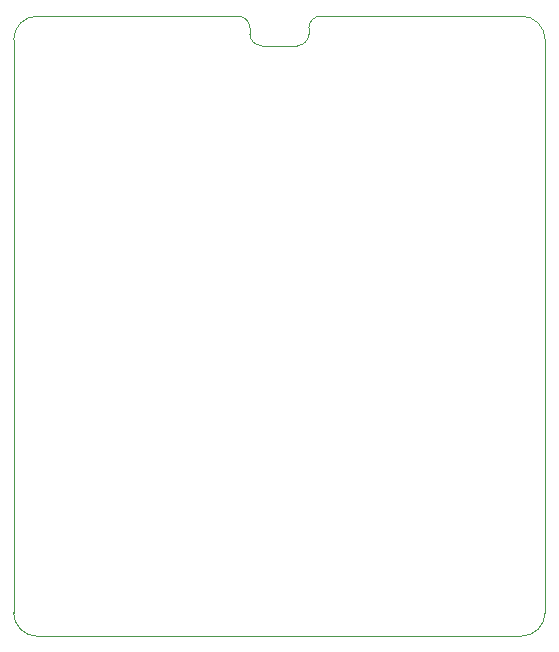
<source format=gbr>
G04 #@! TF.GenerationSoftware,KiCad,Pcbnew,7.0.10-7.0.10~ubuntu22.04.1*
G04 #@! TF.CreationDate,2024-02-20T17:40:51-05:00*
G04 #@! TF.ProjectId,caravel-breakout-qfn,63617261-7665-46c2-9d62-7265616b6f75,2.2*
G04 #@! TF.SameCoordinates,PX2dc6c00PY42c1d80*
G04 #@! TF.FileFunction,Profile,NP*
%FSLAX46Y46*%
G04 Gerber Fmt 4.6, Leading zero omitted, Abs format (unit mm)*
G04 Created by KiCad (PCBNEW 7.0.10-7.0.10~ubuntu22.04.1) date 2024-02-20 17:40:51*
%MOMM*%
%LPD*%
G01*
G04 APERTURE LIST*
G04 #@! TA.AperFunction,Profile*
%ADD10C,0.050000*%
G04 #@! TD*
G04 APERTURE END LIST*
D10*
X20000000Y51500000D02*
G75*
G03*
X19000000Y52500000I-1000000J0D01*
G01*
X20000000Y51500000D02*
X20000000Y51000000D01*
X2000000Y0D02*
X43000000Y0D01*
X43000000Y0D02*
G75*
G03*
X45000000Y2000000I0J2000000D01*
G01*
X2000000Y52500000D02*
G75*
G03*
X0Y50500000I0J-2000000D01*
G01*
X25000000Y51000000D02*
X25000000Y51500000D01*
X26000000Y52500000D02*
G75*
G03*
X25000000Y51500000I0J-1000000D01*
G01*
X21000000Y50000000D02*
X24000000Y50000000D01*
X0Y2000000D02*
G75*
G03*
X2000000Y0I2000000J0D01*
G01*
X20000000Y51000000D02*
G75*
G03*
X21000000Y50000000I1000000J0D01*
G01*
X45000000Y50500000D02*
G75*
G03*
X43000000Y52500000I-2000000J0D01*
G01*
X0Y50500000D02*
X0Y2000000D01*
X43000000Y52500000D02*
X26000000Y52500000D01*
X45000000Y50500000D02*
X45000000Y2000000D01*
X24000000Y50000000D02*
G75*
G03*
X25000000Y51000000I0J1000000D01*
G01*
X2000000Y52500000D02*
X19000000Y52500000D01*
M02*

</source>
